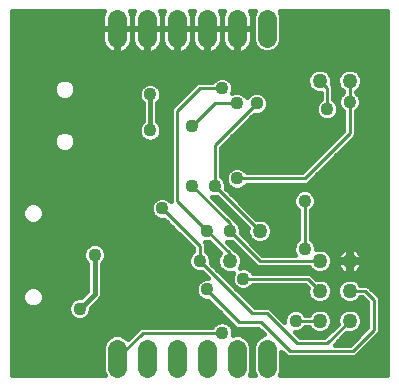
<source format=gbl>
G75*
G70*
%OFA0B0*%
%FSLAX24Y24*%
%IPPOS*%
%LPD*%
%AMOC8*
5,1,8,0,0,1.08239X$1,22.5*
%
%ADD10C,0.0640*%
%ADD11C,0.0500*%
%ADD12C,0.0436*%
%ADD13C,0.0100*%
%ADD14C,0.0160*%
%ADD15C,0.0440*%
D10*
X004408Y001180D02*
X004408Y001820D01*
X005408Y001820D02*
X005408Y001180D01*
X006408Y001180D02*
X006408Y001820D01*
X007408Y001820D02*
X007408Y001180D01*
X008408Y001180D02*
X008408Y001820D01*
X009408Y001820D02*
X009408Y001180D01*
X009408Y012180D02*
X009408Y012820D01*
X008408Y012820D02*
X008408Y012180D01*
X007408Y012180D02*
X007408Y012820D01*
X006408Y012820D02*
X006408Y012180D01*
X005408Y012180D02*
X005408Y012820D01*
X004408Y012820D02*
X004408Y012180D01*
D11*
X009158Y005750D03*
X008158Y004750D03*
X011158Y004750D03*
X011158Y003750D03*
X011158Y002750D03*
X012158Y002750D03*
X012158Y003750D03*
X012158Y004750D03*
X012158Y010750D03*
X011158Y010750D03*
D12*
X011408Y009810D03*
X012158Y010050D03*
X010658Y006750D03*
X010658Y005150D03*
X008608Y004150D03*
X007408Y003800D03*
X007158Y004750D03*
X007408Y005750D03*
X008158Y005750D03*
X007658Y007250D03*
X006908Y007250D03*
X005908Y006500D03*
X003658Y004950D03*
X003158Y003150D03*
X007908Y002350D03*
X010358Y002750D03*
X008408Y007500D03*
X006908Y009250D03*
X007908Y010500D03*
X008408Y010000D03*
X005508Y010300D03*
X005508Y009100D03*
D13*
X006408Y009750D02*
X007158Y010500D01*
X007908Y010500D01*
X007658Y010000D02*
X008408Y010000D01*
X009058Y010000D02*
X007658Y008600D01*
X007658Y007250D01*
X009158Y005750D01*
X008158Y005750D02*
X009158Y004750D01*
X011158Y004750D01*
X010658Y005150D02*
X010658Y006750D01*
X010658Y007500D02*
X012158Y009000D01*
X012158Y010050D01*
X012158Y010750D01*
X011408Y010500D02*
X011158Y010750D01*
X011408Y010500D02*
X011408Y009810D01*
X010658Y007500D02*
X008408Y007500D01*
X006908Y007250D02*
X008158Y006000D01*
X008158Y005750D01*
X008158Y005000D02*
X008158Y004750D01*
X008158Y005000D02*
X007408Y005750D01*
X006408Y006750D01*
X006408Y009750D01*
X006908Y009250D02*
X007658Y010000D01*
X005908Y006500D02*
X007158Y005250D01*
X007158Y005000D01*
X007158Y004750D01*
X008908Y003000D01*
X009408Y003000D01*
X010408Y002000D01*
X011408Y002000D01*
X012158Y002750D01*
X012958Y002450D02*
X012958Y003450D01*
X012658Y003750D01*
X012158Y003750D01*
X012108Y003750D01*
X011158Y003750D02*
X010758Y004150D01*
X008608Y004150D01*
X007408Y003800D02*
X007358Y003800D01*
X008458Y002700D01*
X009208Y002700D01*
X010158Y001750D01*
X012258Y001750D01*
X012958Y002450D01*
X011158Y002750D02*
X010358Y002750D01*
X007908Y002350D02*
X005258Y002350D01*
X004408Y001500D01*
X007158Y004900D02*
X007158Y005000D01*
D14*
X000903Y000932D02*
X000903Y013068D01*
X003969Y013068D01*
X003908Y012920D01*
X003908Y012520D01*
X004388Y012520D01*
X004388Y012480D01*
X004428Y012480D01*
X004428Y012520D01*
X004908Y012520D01*
X005388Y012520D01*
X005388Y012480D01*
X005428Y012480D01*
X005428Y012520D01*
X005908Y012520D01*
X006388Y012520D01*
X006388Y012480D01*
X006428Y012480D01*
X006428Y012520D01*
X006908Y012520D01*
X007388Y012520D01*
X007388Y012480D01*
X007428Y012480D01*
X007428Y012520D01*
X007908Y012520D01*
X008388Y012520D01*
X008388Y012480D01*
X008428Y012480D01*
X008428Y012520D01*
X008908Y012520D01*
X008908Y012920D01*
X008846Y013068D01*
X008991Y013068D01*
X008928Y012916D01*
X008928Y012085D01*
X009001Y011908D01*
X009136Y011773D01*
X009312Y011700D01*
X009503Y011700D01*
X009680Y011773D01*
X009815Y011908D01*
X009888Y012085D01*
X009888Y012916D01*
X009825Y013068D01*
X013413Y013068D01*
X013413Y000932D01*
X009825Y000932D01*
X009888Y001085D01*
X009888Y001723D01*
X009948Y001663D01*
X010071Y001540D01*
X012171Y001540D01*
X012345Y001540D01*
X013045Y002240D01*
X013168Y002363D01*
X013168Y003363D01*
X013168Y003537D01*
X012868Y003837D01*
X012745Y003960D01*
X012515Y003960D01*
X012505Y003982D01*
X013413Y003982D01*
X013413Y003824D02*
X012881Y003824D01*
X013040Y003665D02*
X013413Y003665D01*
X013413Y003507D02*
X013168Y003507D01*
X013168Y003348D02*
X013413Y003348D01*
X013413Y003189D02*
X013168Y003189D01*
X013168Y003031D02*
X013413Y003031D01*
X013413Y002872D02*
X013168Y002872D01*
X013168Y002714D02*
X013413Y002714D01*
X013413Y002555D02*
X013168Y002555D01*
X013168Y002397D02*
X013413Y002397D01*
X013413Y002238D02*
X013043Y002238D01*
X012884Y002080D02*
X013413Y002080D01*
X013413Y001921D02*
X012726Y001921D01*
X012567Y001763D02*
X013413Y001763D01*
X013413Y001604D02*
X012409Y001604D01*
X012171Y001960D02*
X011665Y001960D01*
X012054Y002349D01*
X012076Y002340D01*
X012239Y002340D01*
X012390Y002403D01*
X012505Y002518D01*
X012568Y002669D01*
X012568Y002832D01*
X012505Y002982D01*
X012390Y003098D01*
X012239Y003160D01*
X012076Y003160D01*
X011926Y003098D01*
X011810Y002982D01*
X011748Y002832D01*
X011748Y002669D01*
X011757Y002646D01*
X011321Y002210D01*
X010495Y002210D01*
X010333Y002372D01*
X010433Y002372D01*
X010572Y002430D01*
X010678Y002536D01*
X010680Y002540D01*
X010801Y002540D01*
X010810Y002518D01*
X010926Y002403D01*
X011076Y002340D01*
X011239Y002340D01*
X011390Y002403D01*
X011505Y002518D01*
X011568Y002669D01*
X011568Y002832D01*
X011505Y002982D01*
X011390Y003098D01*
X011239Y003160D01*
X011076Y003160D01*
X010926Y003098D01*
X010810Y002982D01*
X010801Y002960D01*
X010680Y002960D01*
X010678Y002964D01*
X010572Y003071D01*
X010433Y003128D01*
X010283Y003128D01*
X010144Y003071D01*
X010037Y002964D01*
X009980Y002825D01*
X009980Y002725D01*
X009618Y003087D01*
X009495Y003210D01*
X008995Y003210D01*
X007534Y004671D01*
X007536Y004675D01*
X007536Y004825D01*
X007478Y004964D01*
X007372Y005071D01*
X007368Y005072D01*
X007368Y005087D01*
X007368Y005337D01*
X007333Y005372D01*
X007483Y005372D01*
X007487Y005374D01*
X007844Y005017D01*
X007810Y004982D01*
X007748Y004832D01*
X007748Y004669D01*
X007810Y004518D01*
X007926Y004403D01*
X008076Y004340D01*
X008239Y004340D01*
X008285Y004359D01*
X008230Y004225D01*
X008230Y004075D01*
X008287Y003936D01*
X008394Y003830D01*
X008533Y003772D01*
X008683Y003772D01*
X008822Y003830D01*
X008928Y003936D01*
X008930Y003940D01*
X010671Y003940D01*
X010757Y003854D01*
X010748Y003832D01*
X010748Y003669D01*
X010810Y003518D01*
X010926Y003403D01*
X011076Y003340D01*
X011239Y003340D01*
X011390Y003403D01*
X011505Y003518D01*
X011568Y003669D01*
X011568Y003832D01*
X011505Y003982D01*
X011810Y003982D01*
X011748Y003832D01*
X011748Y003669D01*
X011810Y003518D01*
X011926Y003403D01*
X012076Y003340D01*
X012239Y003340D01*
X012390Y003403D01*
X012505Y003518D01*
X012515Y003540D01*
X012571Y003540D01*
X012748Y003363D01*
X012748Y002537D01*
X012171Y001960D01*
X012290Y002080D02*
X011784Y002080D01*
X011943Y002238D02*
X012449Y002238D01*
X012376Y002397D02*
X012607Y002397D01*
X012521Y002555D02*
X012748Y002555D01*
X012748Y002714D02*
X012568Y002714D01*
X012551Y002872D02*
X012748Y002872D01*
X012748Y003031D02*
X012457Y003031D01*
X012748Y003189D02*
X009516Y003189D01*
X009674Y003031D02*
X010104Y003031D01*
X009999Y002872D02*
X009833Y002872D01*
X009311Y002300D02*
X009136Y002227D01*
X009001Y002092D01*
X008928Y001916D01*
X008928Y001085D01*
X008991Y000932D01*
X008825Y000932D01*
X008888Y001085D01*
X008888Y001916D01*
X008815Y002092D01*
X008680Y002227D01*
X008503Y002300D01*
X008312Y002300D01*
X008286Y002289D01*
X008286Y002425D01*
X008228Y002564D01*
X008122Y002671D01*
X007983Y002728D01*
X007833Y002728D01*
X007694Y002671D01*
X007587Y002564D01*
X007586Y002560D01*
X005345Y002560D01*
X005171Y002560D01*
X004759Y002148D01*
X004680Y002227D01*
X004503Y002300D01*
X004312Y002300D01*
X004136Y002227D01*
X004001Y002092D01*
X003928Y001916D01*
X003928Y001085D01*
X003991Y000932D01*
X000903Y000932D01*
X000903Y000970D02*
X003975Y000970D01*
X003928Y001128D02*
X000903Y001128D01*
X000903Y001287D02*
X003928Y001287D01*
X003928Y001445D02*
X000903Y001445D01*
X000903Y001604D02*
X003928Y001604D01*
X003928Y001763D02*
X000903Y001763D01*
X000903Y001921D02*
X003930Y001921D01*
X003996Y002080D02*
X000903Y002080D01*
X000903Y002238D02*
X004163Y002238D01*
X004653Y002238D02*
X004849Y002238D01*
X005007Y002397D02*
X000903Y002397D01*
X000903Y002555D02*
X005166Y002555D01*
X003861Y003514D02*
X003898Y003602D01*
X003898Y003698D01*
X003898Y004655D01*
X003978Y004736D01*
X004036Y004875D01*
X004036Y005025D01*
X003978Y005164D01*
X003872Y005271D01*
X003733Y005328D01*
X003583Y005328D01*
X003444Y005271D01*
X003337Y005164D01*
X003280Y005025D01*
X003280Y004875D01*
X003337Y004736D01*
X003418Y004655D01*
X003418Y003750D01*
X003196Y003528D01*
X003083Y003528D01*
X002944Y003471D01*
X002837Y003364D01*
X002780Y003225D01*
X002780Y003075D01*
X002837Y002936D01*
X002944Y002830D01*
X003083Y002772D01*
X003233Y002772D01*
X003372Y002830D01*
X003478Y002936D01*
X003536Y003075D01*
X003536Y003189D01*
X003861Y003514D01*
X003854Y003507D02*
X007167Y003507D01*
X007194Y003480D02*
X007333Y003422D01*
X007439Y003422D01*
X008248Y002613D01*
X008371Y002490D01*
X009121Y002490D01*
X009311Y002300D01*
X009214Y002397D02*
X008286Y002397D01*
X008306Y002555D02*
X008232Y002555D01*
X008147Y002714D02*
X008018Y002714D01*
X007989Y002872D02*
X003415Y002872D01*
X003518Y003031D02*
X007830Y003031D01*
X007672Y003189D02*
X003536Y003189D01*
X003695Y003348D02*
X007513Y003348D01*
X007194Y003480D02*
X007087Y003586D01*
X007030Y003725D01*
X007030Y003875D01*
X007087Y004014D01*
X007194Y004121D01*
X007333Y004178D01*
X007433Y004178D01*
X007237Y004374D01*
X007233Y004372D01*
X007083Y004372D01*
X006944Y004430D01*
X006837Y004536D01*
X006780Y004675D01*
X006780Y004825D01*
X006837Y004964D01*
X006944Y005071D01*
X006948Y005072D01*
X006948Y005087D01*
X006948Y005163D01*
X005987Y006124D01*
X005983Y006122D01*
X005833Y006122D01*
X005694Y006180D01*
X005587Y006286D01*
X005530Y006425D01*
X005530Y006575D01*
X005587Y006714D01*
X005694Y006821D01*
X005833Y006878D01*
X005983Y006878D01*
X006122Y006821D01*
X006198Y006745D01*
X006198Y009663D01*
X006198Y009837D01*
X006948Y010587D01*
X007071Y010710D01*
X007586Y010710D01*
X007587Y010714D01*
X007694Y010821D01*
X007833Y010878D01*
X007983Y010878D01*
X008122Y010821D01*
X008228Y010714D01*
X008286Y010575D01*
X008286Y010425D01*
X008253Y010345D01*
X008333Y010378D01*
X008483Y010378D01*
X008622Y010321D01*
X008728Y010214D01*
X008732Y010206D01*
X008736Y010215D01*
X008843Y010322D01*
X008982Y010380D01*
X009133Y010380D01*
X009273Y010322D01*
X009380Y010215D01*
X009438Y010076D01*
X009438Y009925D01*
X009380Y009785D01*
X009273Y009678D01*
X009133Y009620D01*
X008982Y009620D01*
X008977Y009622D01*
X007868Y008513D01*
X007868Y007572D01*
X007872Y007571D01*
X007978Y007464D01*
X008036Y007325D01*
X008036Y007175D01*
X008034Y007171D01*
X009054Y006151D01*
X009076Y006160D01*
X009239Y006160D01*
X009390Y006098D01*
X009505Y005982D01*
X009568Y005832D01*
X009568Y005669D01*
X009505Y005518D01*
X009390Y005403D01*
X009239Y005340D01*
X009076Y005340D01*
X008926Y005403D01*
X008810Y005518D01*
X008748Y005669D01*
X008748Y005832D01*
X008757Y005854D01*
X007737Y006874D01*
X007733Y006872D01*
X007583Y006872D01*
X008368Y006087D01*
X008368Y006072D01*
X008372Y006071D01*
X008478Y005964D01*
X008536Y005825D01*
X008536Y005675D01*
X008534Y005671D01*
X009245Y004960D01*
X010327Y004960D01*
X010280Y005075D01*
X010280Y005225D01*
X010337Y005364D01*
X010444Y005471D01*
X010448Y005472D01*
X010448Y006428D01*
X010444Y006430D01*
X010337Y006536D01*
X010280Y006675D01*
X010280Y006825D01*
X010337Y006964D01*
X010444Y007071D01*
X010583Y007128D01*
X010733Y007128D01*
X010872Y007071D01*
X010978Y006964D01*
X011036Y006825D01*
X011036Y006675D01*
X010978Y006536D01*
X010872Y006430D01*
X010868Y006428D01*
X010868Y005472D01*
X010872Y005471D01*
X010978Y005364D01*
X011036Y005225D01*
X011036Y005143D01*
X011076Y005160D01*
X011239Y005160D01*
X011390Y005098D01*
X011505Y004982D01*
X011568Y004832D01*
X011568Y004669D01*
X011505Y004518D01*
X011390Y004403D01*
X011239Y004340D01*
X011076Y004340D01*
X010926Y004403D01*
X010810Y004518D01*
X010801Y004540D01*
X009245Y004540D01*
X009071Y004540D01*
X008237Y005374D01*
X008233Y005372D01*
X008083Y005372D01*
X008245Y005210D01*
X008334Y005121D01*
X008390Y005098D01*
X008505Y004982D01*
X008568Y004832D01*
X008568Y004669D01*
X008505Y004518D01*
X008504Y004516D01*
X008533Y004528D01*
X008683Y004528D01*
X008822Y004471D01*
X008928Y004364D01*
X008930Y004360D01*
X010671Y004360D01*
X010845Y004360D01*
X011054Y004151D01*
X011076Y004160D01*
X011239Y004160D01*
X011390Y004098D01*
X011505Y003982D01*
X011568Y003824D02*
X011748Y003824D01*
X011749Y003665D02*
X011566Y003665D01*
X011494Y003507D02*
X011822Y003507D01*
X012057Y003348D02*
X011258Y003348D01*
X011057Y003348D02*
X008857Y003348D01*
X008698Y003507D02*
X010822Y003507D01*
X010749Y003665D02*
X008540Y003665D01*
X008408Y003824D02*
X008381Y003824D01*
X008268Y003982D02*
X008223Y003982D01*
X008230Y004141D02*
X008064Y004141D01*
X007906Y004299D02*
X008260Y004299D01*
X008546Y004616D02*
X008995Y004616D01*
X008835Y004458D02*
X010870Y004458D01*
X010906Y004299D02*
X013413Y004299D01*
X013413Y004141D02*
X012286Y004141D01*
X012239Y004160D02*
X012076Y004160D01*
X011926Y004098D01*
X011810Y003982D01*
X012029Y004141D02*
X011286Y004141D01*
X011445Y004458D02*
X011842Y004458D01*
X011793Y004507D02*
X011914Y004386D01*
X012072Y004320D01*
X012113Y004320D01*
X012113Y004705D01*
X012203Y004705D01*
X012203Y004795D01*
X012588Y004795D01*
X012588Y004836D01*
X012522Y004994D01*
X012401Y005115D01*
X012243Y005180D01*
X012203Y005180D01*
X012203Y004795D01*
X012113Y004795D01*
X012113Y004705D01*
X011728Y004705D01*
X011728Y004665D01*
X011793Y004507D01*
X011748Y004616D02*
X011546Y004616D01*
X011568Y004775D02*
X012113Y004775D01*
X012113Y004795D02*
X011728Y004795D01*
X011728Y004836D01*
X011793Y004994D01*
X011914Y005115D01*
X012072Y005180D01*
X012113Y005180D01*
X012113Y004795D01*
X012203Y004775D02*
X013413Y004775D01*
X013413Y004933D02*
X012547Y004933D01*
X012424Y005092D02*
X013413Y005092D01*
X013413Y005251D02*
X011026Y005251D01*
X010934Y005409D02*
X013413Y005409D01*
X013413Y005568D02*
X010868Y005568D01*
X010868Y005726D02*
X013413Y005726D01*
X013413Y005885D02*
X010868Y005885D01*
X010868Y006043D02*
X013413Y006043D01*
X013413Y006202D02*
X010868Y006202D01*
X010868Y006360D02*
X013413Y006360D01*
X013413Y006519D02*
X010961Y006519D01*
X011036Y006677D02*
X013413Y006677D01*
X013413Y006836D02*
X011032Y006836D01*
X010948Y006994D02*
X013413Y006994D01*
X013413Y007153D02*
X008558Y007153D01*
X008622Y007180D02*
X008728Y007286D01*
X008730Y007290D01*
X010571Y007290D01*
X010745Y007290D01*
X012245Y008790D01*
X012368Y008913D01*
X012368Y009728D01*
X012372Y009730D01*
X012478Y009836D01*
X012536Y009975D01*
X012536Y010125D01*
X012478Y010264D01*
X012372Y010371D01*
X012368Y010372D01*
X012368Y010393D01*
X012390Y010403D01*
X012505Y010518D01*
X012568Y010669D01*
X012568Y010832D01*
X012505Y010982D01*
X012390Y011098D01*
X012239Y011160D01*
X012076Y011160D01*
X011926Y011098D01*
X011810Y010982D01*
X011748Y010832D01*
X011748Y010669D01*
X011810Y010518D01*
X011926Y010403D01*
X011948Y010393D01*
X011948Y010372D01*
X011944Y010371D01*
X011837Y010264D01*
X011780Y010125D01*
X011780Y009975D01*
X011837Y009836D01*
X011944Y009730D01*
X011948Y009728D01*
X011948Y009087D01*
X010571Y007710D01*
X008730Y007710D01*
X008728Y007714D01*
X008622Y007821D01*
X008483Y007878D01*
X008333Y007878D01*
X008194Y007821D01*
X008087Y007714D01*
X008030Y007575D01*
X008030Y007425D01*
X008087Y007286D01*
X008194Y007180D01*
X008333Y007122D01*
X008483Y007122D01*
X008622Y007180D01*
X008258Y007153D02*
X008052Y007153D01*
X008036Y007312D02*
X008077Y007312D01*
X008030Y007470D02*
X007973Y007470D01*
X008052Y007629D02*
X007868Y007629D01*
X007868Y007787D02*
X008160Y007787D01*
X007868Y007946D02*
X010806Y007946D01*
X010648Y007787D02*
X008656Y007787D01*
X007868Y008104D02*
X010965Y008104D01*
X011123Y008263D02*
X007868Y008263D01*
X007868Y008421D02*
X011282Y008421D01*
X011441Y008580D02*
X007934Y008580D01*
X008093Y008738D02*
X011599Y008738D01*
X011758Y008897D02*
X008251Y008897D01*
X008410Y009056D02*
X011916Y009056D01*
X011948Y009214D02*
X008569Y009214D01*
X008727Y009373D02*
X011948Y009373D01*
X011948Y009531D02*
X011663Y009531D01*
X011622Y009490D02*
X011728Y009596D01*
X011786Y009735D01*
X011786Y009885D01*
X011728Y010024D01*
X011622Y010131D01*
X011618Y010132D01*
X011618Y010587D01*
X011559Y010646D01*
X011568Y010669D01*
X011568Y010832D01*
X011505Y010982D01*
X011390Y011098D01*
X011239Y011160D01*
X011076Y011160D01*
X010926Y011098D01*
X010810Y010982D01*
X010748Y010832D01*
X010748Y010669D01*
X010810Y010518D01*
X010926Y010403D01*
X011076Y010340D01*
X011198Y010340D01*
X011198Y010132D01*
X011194Y010131D01*
X011087Y010024D01*
X011030Y009885D01*
X011030Y009735D01*
X011087Y009596D01*
X011194Y009490D01*
X011333Y009432D01*
X011483Y009432D01*
X011622Y009490D01*
X011767Y009690D02*
X011948Y009690D01*
X011832Y009848D02*
X011786Y009848D01*
X011780Y010007D02*
X011736Y010007D01*
X011796Y010165D02*
X011618Y010165D01*
X011618Y010324D02*
X011897Y010324D01*
X011846Y010482D02*
X011618Y010482D01*
X011564Y010641D02*
X011759Y010641D01*
X011748Y010800D02*
X011568Y010800D01*
X011515Y010958D02*
X011800Y010958D01*
X011971Y011117D02*
X011345Y011117D01*
X010971Y011117D02*
X000903Y011117D01*
X000903Y011275D02*
X013413Y011275D01*
X013413Y011117D02*
X012345Y011117D01*
X012515Y010958D02*
X013413Y010958D01*
X013413Y010800D02*
X012568Y010800D01*
X012556Y010641D02*
X013413Y010641D01*
X013413Y010482D02*
X012470Y010482D01*
X012419Y010324D02*
X013413Y010324D01*
X013413Y010165D02*
X012519Y010165D01*
X012536Y010007D02*
X013413Y010007D01*
X013413Y009848D02*
X012483Y009848D01*
X012368Y009690D02*
X013413Y009690D01*
X013413Y009531D02*
X012368Y009531D01*
X012368Y009373D02*
X013413Y009373D01*
X013413Y009214D02*
X012368Y009214D01*
X012368Y009056D02*
X013413Y009056D01*
X013413Y008897D02*
X012352Y008897D01*
X012193Y008738D02*
X013413Y008738D01*
X013413Y008580D02*
X012034Y008580D01*
X011876Y008421D02*
X013413Y008421D01*
X013413Y008263D02*
X011717Y008263D01*
X011559Y008104D02*
X013413Y008104D01*
X013413Y007946D02*
X011400Y007946D01*
X011242Y007787D02*
X013413Y007787D01*
X013413Y007629D02*
X011083Y007629D01*
X010925Y007470D02*
X013413Y007470D01*
X013413Y007312D02*
X010766Y007312D01*
X010367Y006994D02*
X008210Y006994D01*
X008369Y006836D02*
X010284Y006836D01*
X010280Y006677D02*
X008528Y006677D01*
X008686Y006519D02*
X010354Y006519D01*
X010448Y006360D02*
X008845Y006360D01*
X009003Y006202D02*
X010448Y006202D01*
X010448Y006043D02*
X009445Y006043D01*
X009546Y005885D02*
X010448Y005885D01*
X010448Y005726D02*
X009568Y005726D01*
X009526Y005568D02*
X010448Y005568D01*
X010382Y005409D02*
X009396Y005409D01*
X009113Y005092D02*
X010280Y005092D01*
X010290Y005251D02*
X008954Y005251D01*
X008919Y005409D02*
X008796Y005409D01*
X008790Y005568D02*
X008637Y005568D01*
X008536Y005726D02*
X008748Y005726D01*
X008726Y005885D02*
X008511Y005885D01*
X008568Y006043D02*
X008399Y006043D01*
X008409Y006202D02*
X008253Y006202D01*
X008251Y006360D02*
X008095Y006360D01*
X008092Y006519D02*
X007936Y006519D01*
X007934Y006677D02*
X007778Y006677D01*
X007775Y006836D02*
X007619Y006836D01*
X006385Y005726D02*
X000903Y005726D01*
X000903Y005568D02*
X006543Y005568D01*
X006702Y005409D02*
X000903Y005409D01*
X000903Y005251D02*
X003423Y005251D01*
X003307Y005092D02*
X000903Y005092D01*
X000903Y004933D02*
X003280Y004933D01*
X003321Y004775D02*
X000903Y004775D01*
X000903Y004616D02*
X003418Y004616D01*
X003418Y004458D02*
X000903Y004458D01*
X000903Y004299D02*
X003418Y004299D01*
X003418Y004141D02*
X000903Y004141D01*
X000903Y003982D02*
X003418Y003982D01*
X003418Y003824D02*
X001842Y003824D01*
X001810Y003855D02*
X001911Y003755D01*
X001965Y003624D01*
X001965Y003482D01*
X001911Y003350D01*
X001810Y003250D01*
X001679Y003195D01*
X001537Y003195D01*
X001405Y003250D01*
X001305Y003350D01*
X001251Y003482D01*
X001251Y003624D01*
X001305Y003755D01*
X001405Y003855D01*
X001537Y003910D01*
X001679Y003910D01*
X001810Y003855D01*
X001948Y003665D02*
X003333Y003665D01*
X003030Y003507D02*
X001965Y003507D01*
X001908Y003348D02*
X002830Y003348D01*
X002780Y003189D02*
X000903Y003189D01*
X000903Y003031D02*
X002798Y003031D01*
X002901Y002872D02*
X000903Y002872D01*
X000903Y002714D02*
X007798Y002714D01*
X008653Y002238D02*
X009163Y002238D01*
X008996Y002080D02*
X008820Y002080D01*
X008886Y001921D02*
X008930Y001921D01*
X008928Y001763D02*
X008888Y001763D01*
X008888Y001604D02*
X008928Y001604D01*
X008928Y001445D02*
X008888Y001445D01*
X008888Y001287D02*
X008928Y001287D01*
X008928Y001128D02*
X008888Y001128D01*
X008840Y000970D02*
X008975Y000970D01*
X009840Y000970D02*
X013413Y000970D01*
X013413Y001128D02*
X009888Y001128D01*
X009888Y001287D02*
X013413Y001287D01*
X013413Y001445D02*
X009888Y001445D01*
X009888Y001604D02*
X010007Y001604D01*
X010467Y002238D02*
X011349Y002238D01*
X011376Y002397D02*
X011507Y002397D01*
X011521Y002555D02*
X011666Y002555D01*
X011748Y002714D02*
X011568Y002714D01*
X011551Y002872D02*
X011765Y002872D01*
X011859Y003031D02*
X011457Y003031D01*
X010859Y003031D02*
X010612Y003031D01*
X010492Y002397D02*
X010940Y002397D01*
X012258Y003348D02*
X012748Y003348D01*
X012604Y003507D02*
X012494Y003507D01*
X012505Y003982D02*
X012390Y004098D01*
X012239Y004160D01*
X012243Y004320D02*
X012401Y004386D01*
X012522Y004507D01*
X012588Y004665D01*
X012588Y004705D01*
X012203Y004705D01*
X012203Y004320D01*
X012243Y004320D01*
X012203Y004458D02*
X012113Y004458D01*
X012113Y004616D02*
X012203Y004616D01*
X012473Y004458D02*
X013413Y004458D01*
X013413Y004616D02*
X012568Y004616D01*
X012203Y004933D02*
X012113Y004933D01*
X012113Y005092D02*
X012203Y005092D01*
X011891Y005092D02*
X011396Y005092D01*
X011526Y004933D02*
X011768Y004933D01*
X010748Y003824D02*
X008807Y003824D01*
X007870Y004458D02*
X007747Y004458D01*
X007769Y004616D02*
X007589Y004616D01*
X007536Y004775D02*
X007748Y004775D01*
X007790Y004933D02*
X007491Y004933D01*
X007368Y005092D02*
X007769Y005092D01*
X007611Y005251D02*
X007368Y005251D01*
X006948Y005092D02*
X004008Y005092D01*
X004036Y004933D02*
X006824Y004933D01*
X006780Y004775D02*
X003994Y004775D01*
X003898Y004616D02*
X006804Y004616D01*
X006915Y004458D02*
X003898Y004458D01*
X003898Y004299D02*
X007312Y004299D01*
X007242Y004141D02*
X003898Y004141D01*
X003898Y003982D02*
X007074Y003982D01*
X007030Y003824D02*
X003898Y003824D01*
X003898Y003665D02*
X007054Y003665D01*
X008526Y004933D02*
X008678Y004933D01*
X008568Y004775D02*
X008836Y004775D01*
X008519Y005092D02*
X008396Y005092D01*
X008361Y005251D02*
X008204Y005251D01*
X006861Y005251D02*
X003892Y005251D01*
X003658Y004950D02*
X003658Y003650D01*
X003158Y003150D01*
X001307Y003348D02*
X000903Y003348D01*
X000903Y003507D02*
X001251Y003507D01*
X001268Y003665D02*
X000903Y003665D01*
X000903Y003824D02*
X001374Y003824D01*
X000903Y005885D02*
X006226Y005885D01*
X006068Y006043D02*
X001806Y006043D01*
X001810Y006045D02*
X001911Y006146D01*
X001965Y006277D01*
X001965Y006419D01*
X001911Y006550D01*
X001810Y006651D01*
X001679Y006705D01*
X001537Y006705D01*
X001405Y006651D01*
X001305Y006550D01*
X001251Y006419D01*
X001251Y006277D01*
X001305Y006146D01*
X001405Y006045D01*
X001537Y005991D01*
X001679Y005991D01*
X001810Y006045D01*
X001934Y006202D02*
X005671Y006202D01*
X005556Y006360D02*
X001965Y006360D01*
X001924Y006519D02*
X005530Y006519D01*
X005572Y006677D02*
X001745Y006677D01*
X001470Y006677D02*
X000903Y006677D01*
X000903Y006519D02*
X001292Y006519D01*
X001251Y006360D02*
X000903Y006360D01*
X000903Y006202D02*
X001282Y006202D01*
X001410Y006043D02*
X000903Y006043D01*
X000903Y006836D02*
X005730Y006836D01*
X006085Y006836D02*
X006198Y006836D01*
X006198Y006994D02*
X000903Y006994D01*
X000903Y007153D02*
X006198Y007153D01*
X006198Y007312D02*
X000903Y007312D01*
X000903Y007470D02*
X006198Y007470D01*
X006198Y007629D02*
X000903Y007629D01*
X000903Y007787D02*
X006198Y007787D01*
X006198Y007946D02*
X000903Y007946D01*
X000903Y008104D02*
X006198Y008104D01*
X006198Y008263D02*
X000903Y008263D01*
X000903Y008421D02*
X002479Y008421D01*
X002455Y008431D02*
X002587Y008377D01*
X002729Y008377D01*
X002860Y008431D01*
X002961Y008532D01*
X003015Y008663D01*
X003015Y008805D01*
X002961Y008936D01*
X002860Y009037D01*
X002729Y009091D01*
X002587Y009091D01*
X002455Y009037D01*
X002355Y008936D01*
X002301Y008805D01*
X002301Y008663D01*
X002355Y008532D01*
X002455Y008431D01*
X002335Y008580D02*
X000903Y008580D01*
X000903Y008738D02*
X002301Y008738D01*
X002339Y008897D02*
X000903Y008897D01*
X000903Y009056D02*
X002501Y009056D01*
X002815Y009056D02*
X005130Y009056D01*
X005130Y009025D02*
X005187Y008886D01*
X005294Y008780D01*
X005433Y008722D01*
X005583Y008722D01*
X005722Y008780D01*
X005828Y008886D01*
X005886Y009025D01*
X005886Y009175D01*
X005828Y009314D01*
X005748Y009395D01*
X005748Y010005D01*
X005828Y010086D01*
X005886Y010225D01*
X005886Y010375D01*
X005828Y010514D01*
X005722Y010621D01*
X005583Y010678D01*
X005433Y010678D01*
X005294Y010621D01*
X005187Y010514D01*
X005130Y010375D01*
X005130Y010225D01*
X005187Y010086D01*
X005268Y010005D01*
X005268Y009395D01*
X005187Y009314D01*
X005130Y009175D01*
X005130Y009025D01*
X005183Y008897D02*
X002977Y008897D01*
X003015Y008738D02*
X005393Y008738D01*
X005622Y008738D02*
X006198Y008738D01*
X006198Y008580D02*
X002980Y008580D01*
X002836Y008421D02*
X006198Y008421D01*
X006198Y008897D02*
X005833Y008897D01*
X005886Y009056D02*
X006198Y009056D01*
X006198Y009214D02*
X005870Y009214D01*
X005770Y009373D02*
X006198Y009373D01*
X006198Y009531D02*
X005748Y009531D01*
X005748Y009690D02*
X006198Y009690D01*
X006209Y009848D02*
X005748Y009848D01*
X005749Y010007D02*
X006367Y010007D01*
X006526Y010165D02*
X005861Y010165D01*
X005886Y010324D02*
X006684Y010324D01*
X006843Y010482D02*
X005842Y010482D01*
X005673Y010641D02*
X007002Y010641D01*
X007672Y010800D02*
X002787Y010800D01*
X002729Y010824D02*
X002587Y010824D01*
X002455Y010769D01*
X002355Y010669D01*
X002301Y010537D01*
X002301Y010395D01*
X002355Y010264D01*
X002455Y010164D01*
X002587Y010109D01*
X002729Y010109D01*
X002860Y010164D01*
X002961Y010264D01*
X003015Y010395D01*
X003015Y010537D01*
X002961Y010669D01*
X002860Y010769D01*
X002729Y010824D01*
X002529Y010800D02*
X000903Y010800D01*
X000903Y010958D02*
X010800Y010958D01*
X010748Y010800D02*
X008143Y010800D01*
X008259Y010641D02*
X010759Y010641D01*
X010846Y010482D02*
X008286Y010482D01*
X008614Y010324D02*
X008846Y010324D01*
X009269Y010324D02*
X011198Y010324D01*
X011198Y010165D02*
X009401Y010165D01*
X009438Y010007D02*
X011080Y010007D01*
X011030Y009848D02*
X009406Y009848D01*
X009285Y009690D02*
X011048Y009690D01*
X011152Y009531D02*
X008886Y009531D01*
X008507Y011680D02*
X008691Y011756D01*
X008832Y011897D01*
X008908Y012081D01*
X008908Y012480D01*
X008428Y012480D01*
X008428Y011680D01*
X008507Y011680D01*
X008428Y011751D02*
X008388Y011751D01*
X008388Y011680D02*
X008388Y012480D01*
X007908Y012480D01*
X007908Y012081D01*
X007984Y011897D01*
X008125Y011756D01*
X008308Y011680D01*
X008388Y011680D01*
X008138Y011751D02*
X007678Y011751D01*
X007691Y011756D02*
X007832Y011897D01*
X007908Y012081D01*
X007908Y012480D01*
X007428Y012480D01*
X007428Y011680D01*
X007507Y011680D01*
X007691Y011756D01*
X007428Y011751D02*
X007388Y011751D01*
X007388Y011680D02*
X007388Y012480D01*
X006908Y012480D01*
X006908Y012081D01*
X006984Y011897D01*
X007125Y011756D01*
X007308Y011680D01*
X007388Y011680D01*
X007388Y011909D02*
X007428Y011909D01*
X007428Y012068D02*
X007388Y012068D01*
X007388Y012226D02*
X007428Y012226D01*
X007428Y012385D02*
X007388Y012385D01*
X006908Y012385D02*
X006908Y012385D01*
X006908Y012480D02*
X006428Y012480D01*
X006428Y011680D01*
X006507Y011680D01*
X006691Y011756D01*
X006832Y011897D01*
X006908Y012081D01*
X006908Y012480D01*
X006908Y012520D02*
X006908Y012920D01*
X006969Y013068D01*
X006846Y013068D01*
X006908Y012920D01*
X006908Y012520D01*
X006908Y012544D02*
X006908Y012544D01*
X006908Y012702D02*
X006908Y012702D01*
X006908Y012861D02*
X006908Y012861D01*
X006867Y013019D02*
X006949Y013019D01*
X006388Y012480D02*
X006388Y011680D01*
X006308Y011680D01*
X006125Y011756D01*
X005984Y011897D01*
X005908Y012081D01*
X005908Y012480D01*
X006388Y012480D01*
X006388Y012385D02*
X006428Y012385D01*
X006428Y012226D02*
X006388Y012226D01*
X006388Y012068D02*
X006428Y012068D01*
X006428Y011909D02*
X006388Y011909D01*
X006388Y011751D02*
X006428Y011751D01*
X006678Y011751D02*
X007138Y011751D01*
X006979Y011909D02*
X006837Y011909D01*
X006902Y012068D02*
X006913Y012068D01*
X006908Y012226D02*
X006908Y012226D01*
X006138Y011751D02*
X005678Y011751D01*
X005691Y011756D02*
X005832Y011897D01*
X005908Y012081D01*
X005908Y012480D01*
X005428Y012480D01*
X005428Y011680D01*
X005507Y011680D01*
X005691Y011756D01*
X005837Y011909D02*
X005979Y011909D01*
X005913Y012068D02*
X005902Y012068D01*
X005908Y012226D02*
X005908Y012226D01*
X005908Y012385D02*
X005908Y012385D01*
X005908Y012520D02*
X005908Y012920D01*
X005969Y013068D01*
X005846Y013068D01*
X005908Y012920D01*
X005908Y012520D01*
X005908Y012544D02*
X005908Y012544D01*
X005908Y012702D02*
X005908Y012702D01*
X005908Y012861D02*
X005908Y012861D01*
X005867Y013019D02*
X005949Y013019D01*
X005388Y012480D02*
X005388Y011680D01*
X005308Y011680D01*
X005125Y011756D01*
X004984Y011897D01*
X004908Y012081D01*
X004908Y012480D01*
X005388Y012480D01*
X005388Y012385D02*
X005428Y012385D01*
X005428Y012226D02*
X005388Y012226D01*
X005388Y012068D02*
X005428Y012068D01*
X005428Y011909D02*
X005388Y011909D01*
X005388Y011751D02*
X005428Y011751D01*
X005138Y011751D02*
X004678Y011751D01*
X004691Y011756D02*
X004832Y011897D01*
X004908Y012081D01*
X004908Y012480D01*
X004428Y012480D01*
X004428Y011680D01*
X004507Y011680D01*
X004691Y011756D01*
X004837Y011909D02*
X004979Y011909D01*
X004913Y012068D02*
X004902Y012068D01*
X004908Y012226D02*
X004908Y012226D01*
X004908Y012385D02*
X004908Y012385D01*
X004908Y012520D02*
X004908Y012920D01*
X004969Y013068D01*
X004846Y013068D01*
X004908Y012920D01*
X004908Y012520D01*
X004908Y012544D02*
X004908Y012544D01*
X004908Y012702D02*
X004908Y012702D01*
X004908Y012861D02*
X004908Y012861D01*
X004867Y013019D02*
X004949Y013019D01*
X004388Y012480D02*
X004388Y011680D01*
X004308Y011680D01*
X004125Y011756D01*
X003984Y011897D01*
X003908Y012081D01*
X003908Y012480D01*
X004388Y012480D01*
X004388Y012385D02*
X004428Y012385D01*
X004428Y012226D02*
X004388Y012226D01*
X004388Y012068D02*
X004428Y012068D01*
X004428Y011909D02*
X004388Y011909D01*
X004388Y011751D02*
X004428Y011751D01*
X004138Y011751D02*
X000903Y011751D01*
X000903Y011592D02*
X013413Y011592D01*
X013413Y011434D02*
X000903Y011434D01*
X000903Y011909D02*
X003979Y011909D01*
X003913Y012068D02*
X000903Y012068D01*
X000903Y012226D02*
X003908Y012226D01*
X003908Y012385D02*
X000903Y012385D01*
X000903Y012544D02*
X003908Y012544D01*
X003908Y012702D02*
X000903Y012702D01*
X000903Y012861D02*
X003908Y012861D01*
X003949Y013019D02*
X000903Y013019D01*
X000903Y010641D02*
X002344Y010641D01*
X002301Y010482D02*
X000903Y010482D01*
X000903Y010324D02*
X002330Y010324D01*
X002454Y010165D02*
X000903Y010165D01*
X000903Y010007D02*
X005266Y010007D01*
X005268Y009848D02*
X000903Y009848D01*
X000903Y009690D02*
X005268Y009690D01*
X005268Y009531D02*
X000903Y009531D01*
X000903Y009373D02*
X005245Y009373D01*
X005146Y009214D02*
X000903Y009214D01*
X002862Y010165D02*
X005154Y010165D01*
X005130Y010324D02*
X002985Y010324D01*
X003015Y010482D02*
X005174Y010482D01*
X005342Y010641D02*
X002972Y010641D01*
X005508Y010300D02*
X005508Y009100D01*
X007837Y011909D02*
X007979Y011909D01*
X007913Y012068D02*
X007902Y012068D01*
X007908Y012226D02*
X007908Y012226D01*
X007908Y012385D02*
X007908Y012385D01*
X007908Y012520D02*
X007908Y012920D01*
X007969Y013068D01*
X007846Y013068D01*
X007908Y012920D01*
X007908Y012520D01*
X007908Y012544D02*
X007908Y012544D01*
X007908Y012702D02*
X007908Y012702D01*
X007908Y012861D02*
X007908Y012861D01*
X007867Y013019D02*
X007949Y013019D01*
X008388Y012385D02*
X008428Y012385D01*
X008428Y012226D02*
X008388Y012226D01*
X008388Y012068D02*
X008428Y012068D01*
X008428Y011909D02*
X008388Y011909D01*
X008678Y011751D02*
X009190Y011751D01*
X009000Y011909D02*
X008837Y011909D01*
X008902Y012068D02*
X008935Y012068D01*
X008928Y012226D02*
X008908Y012226D01*
X008908Y012385D02*
X008928Y012385D01*
X008928Y012544D02*
X008908Y012544D01*
X008908Y012702D02*
X008928Y012702D01*
X008928Y012861D02*
X008908Y012861D01*
X008867Y013019D02*
X008971Y013019D01*
X009845Y013019D02*
X013413Y013019D01*
X013413Y012861D02*
X009888Y012861D01*
X009888Y012702D02*
X013413Y012702D01*
X013413Y012544D02*
X009888Y012544D01*
X009888Y012385D02*
X013413Y012385D01*
X013413Y012226D02*
X009888Y012226D01*
X009881Y012068D02*
X013413Y012068D01*
X013413Y011909D02*
X009815Y011909D01*
X009625Y011751D02*
X013413Y011751D01*
D15*
X009058Y010000D03*
M02*

</source>
